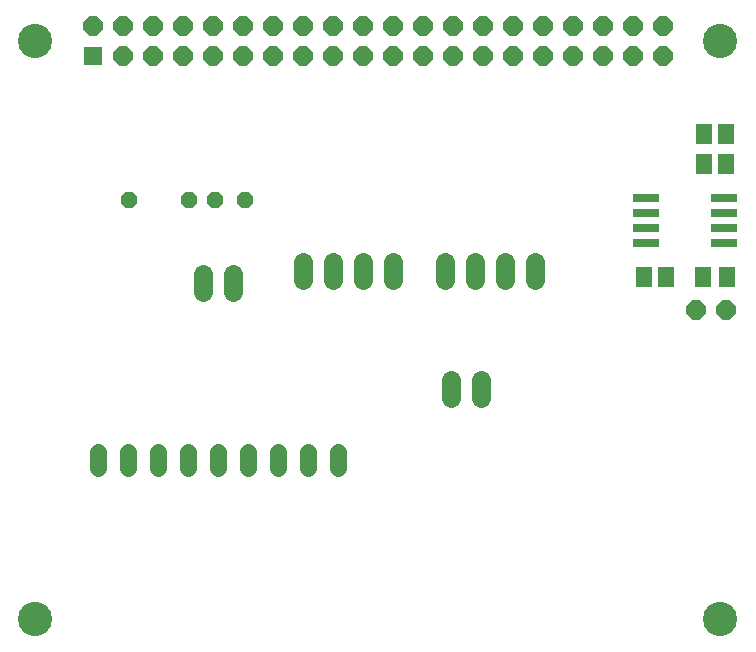
<source format=gbr>
G04 EAGLE Gerber RS-274X export*
G75*
%MOMM*%
%FSLAX34Y34*%
%LPD*%
%INSoldermask Top*%
%IPPOS*%
%AMOC8*
5,1,8,0,0,1.08239X$1,22.5*%
G01*
%ADD10C,2.901600*%
%ADD11R,1.625600X1.625600*%
%ADD12P,1.759533X8X22.500000*%
%ADD13R,2.301600X0.701600*%
%ADD14R,1.401600X1.701600*%
%ADD15P,1.759533X8X112.500000*%
%ADD16C,1.422400*%
%ADD17P,1.539592X8X22.500000*%
%ADD18C,1.609600*%


D10*
X35000Y35000D03*
X35000Y525000D03*
X615000Y525000D03*
X615000Y35000D03*
D11*
X83700Y512300D03*
D12*
X109100Y512300D03*
X134500Y512300D03*
X159900Y512300D03*
X185300Y512300D03*
X210700Y512300D03*
X83700Y537700D03*
X109100Y537700D03*
X134500Y537700D03*
X159900Y537700D03*
X185300Y537700D03*
X210700Y537700D03*
X236100Y512300D03*
X236100Y537700D03*
X261500Y512300D03*
X286900Y512300D03*
X312300Y512300D03*
X337700Y512300D03*
X363100Y512300D03*
X388500Y512300D03*
X261500Y537700D03*
X286900Y537700D03*
X312300Y537700D03*
X337700Y537700D03*
X363100Y537700D03*
X388500Y537700D03*
X413900Y512300D03*
X413900Y537700D03*
X439300Y512300D03*
X464700Y512300D03*
X490100Y512300D03*
X515500Y512300D03*
X540900Y512300D03*
X566300Y512300D03*
X439300Y537700D03*
X464700Y537700D03*
X490100Y537700D03*
X515500Y537700D03*
X540900Y537700D03*
X566300Y537700D03*
D13*
X618650Y366250D03*
X552050Y366250D03*
X618650Y353550D03*
X618650Y378950D03*
X618650Y391650D03*
X552050Y353550D03*
X552050Y378950D03*
X552050Y391650D03*
D14*
X601250Y420225D03*
X620250Y420225D03*
X600750Y324975D03*
X620750Y324975D03*
X601250Y445625D03*
X620250Y445625D03*
X550450Y324975D03*
X569450Y324975D03*
D15*
X594850Y297300D03*
X620250Y297300D03*
D16*
X88400Y176604D02*
X88400Y163396D01*
X113800Y163396D02*
X113800Y176604D01*
X139200Y176604D02*
X139200Y163396D01*
X164600Y163396D02*
X164600Y176604D01*
X190000Y176604D02*
X190000Y163396D01*
X215400Y163396D02*
X215400Y176604D01*
X240800Y176604D02*
X240800Y163396D01*
X266200Y163396D02*
X266200Y176604D01*
X291600Y176604D02*
X291600Y163396D01*
D17*
X187300Y390000D03*
X212700Y390000D03*
X114600Y390000D03*
X165400Y390000D03*
D18*
X261900Y337540D02*
X261900Y322460D01*
X287300Y322460D02*
X287300Y337540D01*
X312700Y337540D02*
X312700Y322460D01*
X338100Y322460D02*
X338100Y337540D01*
X177300Y327540D02*
X177300Y312460D01*
X202700Y312460D02*
X202700Y327540D01*
X381900Y322460D02*
X381900Y337540D01*
X407300Y337540D02*
X407300Y322460D01*
X432700Y322460D02*
X432700Y337540D01*
X458100Y337540D02*
X458100Y322460D01*
X387300Y237540D02*
X387300Y222460D01*
X412700Y222460D02*
X412700Y237540D01*
M02*

</source>
